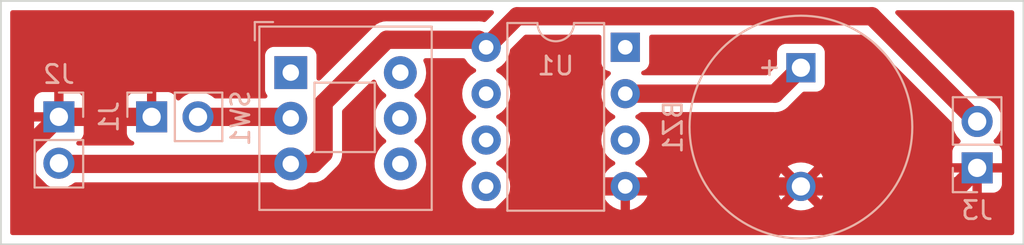
<source format=kicad_pcb>
(kicad_pcb (version 20211014) (generator pcbnew)
  (layers (0 "F.Cu" signal) (31 "B.Cu" signal) (34 "B.Paste" user) (35 "F.Paste" user) (36 "B.SilkS" user "B.Silkscreen") (37 "F.SilkS" user "F.Silkscreen") (38 "B.Mask" user) (39 "F.Mask" user) (44 "Edge.Cuts" user))
  (net 0 "")
  (net 1 "Net-(BZ1-Pad1)")
  (net 2 "GND")
  (net 3 "/4V")
  (net 4 "/VCC")
  (footprint "Connector_PinHeader_2.54mm:PinHeader_1x02_P2.54mm_Vertical" (layer "B.Cu") (at 127 100.33 180)
    (fp_text reference "J2" (at 0 2.33) (layer "B.SilkS") (effects (justify mirror)))
    (fp_text value "LED2")
    (fp_line (start 1.33 -1.27) (end 1.33 -3.87) (layer "B.SilkS") (width 0.12))
    (fp_line (start -1.33 1.33) (end 0 1.33) (layer "B.SilkS") (width 0.12))
    (fp_line (start -1.33 -1.27) (end -1.33 -3.87) (layer "B.SilkS") (width 0.12))
    (fp_line (start -1.33 -3.87) (end 1.33 -3.87) (layer "B.SilkS") (width 0.12))
    (fp_line (start -1.33 -1.27) (end 1.33 -1.27) (layer "B.SilkS") (width 0.12))
    (fp_line (start -1.33 0) (end -1.33 1.33) (layer "B.SilkS") (width 0.12))
    (pad "1" thru_hole rect (at 0 0 180) (size 1.7 1.7) (drill 1) (layers *.Cu *.Mask) (net 2 "GND"))
    (pad "2" thru_hole oval (at 0 -2.54 180) (size 1.7 1.7) (drill 1) (layers *.Cu *.Mask) (net 4 "/VCC"))
  )
  (footprint "Connector_PinHeader_2.54mm:PinHeader_1x02_P2.54mm_Vertical" (layer "B.Cu") (at 177.292 103.124)
    (fp_text reference "J3" (at 0 2.33) (layer "B.SilkS") (effects (justify mirror)))
    (fp_text value "LED1")
    (fp_line (start -1.33 0) (end -1.33 1.33) (layer "B.SilkS") (width 0.12))
    (fp_line (start -1.33 -1.27) (end 1.33 -1.27) (layer "B.SilkS") (width 0.12))
    (fp_line (start -1.33 -1.27) (end -1.33 -3.87) (layer "B.SilkS") (width 0.12))
    (fp_line (start -1.33 1.33) (end 0 1.33) (layer "B.SilkS") (width 0.12))
    (fp_line (start 1.33 -1.27) (end 1.33 -3.87) (layer "B.SilkS") (width 0.12))
    (fp_line (start -1.33 -3.87) (end 1.33 -3.87) (layer "B.SilkS") (width 0.12))
    (pad "1" thru_hole rect (at 0 0) (size 1.7 1.7) (drill 1) (layers *.Cu *.Mask) (net 2 "GND"))
    (pad "2" thru_hole oval (at 0 -2.54) (size 1.7 1.7) (drill 1) (layers *.Cu *.Mask) (net 4 "/VCC"))
  )
  (footprint "Package_DIP:DIP-8_W7.62mm" (layer "B.Cu") (at 158.021666 96.52 180)
    (fp_text reference "U1" (at 3.81 -1.016) (layer "B.SilkS") (effects (justify mirror)))
    (fp_text value "ATtiny85-20P")
    (fp_line (start 6.46 -8.95) (end 6.46 1.33) (layer "B.SilkS") (width 0.12))
    (fp_line (start 6.46 1.33) (end 4.81 1.33) (layer "B.SilkS") (width 0.12))
    (fp_line (start 1.16 -8.95) (end 6.46 -8.95) (layer "B.SilkS") (width 0.12))
    (fp_line (start 1.16 1.33) (end 1.16 -8.95) (layer "B.SilkS") (width 0.12))
    (fp_line (start 2.81 1.33) (end 1.16 1.33) (layer "B.SilkS") (width 0.12))
    (fp_arc (start 2.81 1.33) (mid 3.81 0.33) (end 4.81 1.33) (layer "B.SilkS") (width 0.12))
    (pad "1" thru_hole rect (at 0 0 180) (size 1.6 1.6) (drill 0.8) (layers *.Cu *.Mask))
    (pad "2" thru_hole oval (at 0 -2.54 180) (size 1.6 1.6) (drill 0.8) (layers *.Cu *.Mask) (net 1 "Net-(BZ1-Pad1)"))
    (pad "3" thru_hole oval (at 0 -5.08 180) (size 1.6 1.6) (drill 0.8) (layers *.Cu *.Mask))
    (pad "4" thru_hole oval (at 0 -7.62 180) (size 1.6 1.6) (drill 0.8) (layers *.Cu *.Mask) (net 2 "GND"))
    (pad "5" thru_hole oval (at 7.62 -7.62 180) (size 1.6 1.6) (drill 0.8) (layers *.Cu *.Mask))
    (pad "6" thru_hole oval (at 7.62 -5.08 180) (size 1.6 1.6) (drill 0.8) (layers *.Cu *.Mask))
    (pad "7" thru_hole oval (at 7.62 -2.54 180) (size 1.6 1.6) (drill 0.8) (layers *.Cu *.Mask))
    (pad "8" thru_hole oval (at 7.62 0 180) (size 1.6 1.6) (drill 0.8) (layers *.Cu *.Mask) (net 4 "/VCC"))
  )
  (footprint "Connector_PinHeader_2.54mm:PinHeader_1x02_P2.54mm_Vertical" (layer "B.Cu") (at 132.08 100.33 -90)
    (fp_text reference "J1" (at 0 2.33 90) (layer "B.SilkS") (effects (justify mirror)))
    (fp_text value "BATT")
    (fp_line (start -1.33 -1.27) (end -1.33 -3.87) (layer "B.SilkS") (width 0.12))
    (fp_line (start -1.33 -1.27) (end 1.33 -1.27) (layer "B.SilkS") (width 0.12))
    (fp_line (start -1.33 1.33) (end 0 1.33) (layer "B.SilkS") (width 0.12))
    (fp_line (start 1.33 -1.27) (end 1.33 -3.87) (layer "B.SilkS") (width 0.12))
    (fp_line (start -1.33 0) (end -1.33 1.33) (layer "B.SilkS") (width 0.12))
    (fp_line (start -1.33 -3.87) (end 1.33 -3.87) (layer "B.SilkS") (width 0.12))
    (pad "1" thru_hole rect (at 0 0 270) (size 1.7 1.7) (drill 1) (layers *.Cu *.Mask) (net 2 "GND"))
    (pad "2" thru_hole oval (at 0 -2.54 270) (size 1.7 1.7) (drill 1) (layers *.Cu *.Mask) (net 3 "/4V"))
  )
  (footprint "Buzzer_Beeper:MagneticBuzzer_ProSignal_ABT-410-RC" (layer "B.Cu") (at 167.64 97.64 -90)
    (fp_text reference "BZ1" (at 3.25 7 90) (layer "B.SilkS") (effects (justify mirror)))
    (fp_text value "Buzzer")
    (fp_text user "+" (at 0 1.8 90) (layer "B.SilkS") (effects (justify mirror)))
    (fp_circle (center 3.25 0) (end 9.35 0) (layer "B.SilkS") (width 0.12) (fill none))
    (pad "1" thru_hole rect (at 0 0 270) (size 1.6 1.6) (drill 1) (layers *.Cu *.Mask) (net 1 "Net-(BZ1-Pad1)"))
    (pad "2" thru_hole circle (at 6.5 0 270) (size 1.6 1.6) (drill 1) (layers *.Cu *.Mask) (net 2 "GND"))
  )
  (footprint "Button_Switch_THT:SW_Push_2P2T_Toggle_CK_PVA2OAH5xxxxxxV2" (layer "B.Cu") (at 139.7 97.9075 -90)
    (fp_text reference "SW1" (at 2.5 2.75 90) (layer "B.SilkS") (effects (justify mirror)))
    (fp_text value "SW_Push_DPDT")
    (fp_line (start -2.52 -7.72) (end -2.52 1.72) (layer "B.SilkS") (width 0.12))
    (fp_line (start 7.52 -7.72) (end 7.52 1.72) (layer "B.SilkS") (width 0.12))
    (fp_line (start 4.35 -1.3) (end 0.55 -1.3) (layer "B.SilkS") (width 0.12))
    (fp_line (start -1.77 1.97) (end -2.77 1.97) (layer "B.SilkS") (width 0.12))
    (fp_line (start 4.35 -4.6) (end 0.55 -4.6) (layer "B.SilkS") (width 0.12))
    (fp_line (start 4.35 -1.3) (end 4.35 -4.6) (layer "B.SilkS") (width 0.12))
    (fp_line (start -2.77 0.97) (end -2.77 1.97) (layer "B.SilkS") (width 0.12))
    (fp_line (start 0.55 -1.3) (end 0.55 -4.6) (layer "B.SilkS") (width 0.12))
    (fp_line (start 7.52 1.72) (end -2.52 1.72) (layer "B.SilkS") (width 0.12))
    (fp_line (start 7.52 -7.72) (end -2.52 -7.72) (layer "B.SilkS") (width 0.12))
    (pad "1" thru_hole rect (at 0 0 270) (size 1.8 1.8) (drill 0.9) (layers *.Cu *.Mask))
    (pad "2" thru_hole circle (at 2.5 0 270) (size 1.8 1.8) (drill 0.9) (layers *.Cu *.Mask) (net 3 "/4V"))
    (pad "3" thru_hole circle (at 5 0 270) (size 1.8 1.8) (drill 0.9) (layers *.Cu *.Mask) (net 4 "/VCC"))
    (pad "4" thru_hole circle (at 0 -6 270) (size 1.8 1.8) (drill 0.9) (layers *.Cu *.Mask))
    (pad "5" thru_hole circle (at 2.5 -6 270) (size 1.8 1.8) (drill 0.9) (layers *.Cu *.Mask))
    (pad "6" thru_hole circle (at 5 -6 270) (size 1.8 1.8) (drill 0.9) (layers *.Cu *.Mask))
  )
  (gr_line (start 123.825 93.98) (end 123.825 107.315) (layer "Edge.Cuts") (width 0.1))
  (gr_line (start 179.832 93.98) (end 123.825 93.98) (layer "Edge.Cuts") (width 0.1))
  (gr_line (start 123.825 107.315) (end 179.832 107.315) (layer "Edge.Cuts") (width 0.1))
  (gr_line (start 179.832 107.315) (end 179.832 93.98) (layer "Edge.Cuts") (width 0.1))
  (segment (start 166.22 99.06) (end 167.64 97.64) (width 1) (layer "F.Cu") (net 1))
  (segment (start 158.021666 99.06) (end 166.22 99.06) (width 1) (layer "F.Cu") (net 1))
  (segment (start 176.276 104.14) (end 177.292 103.124) (width 1) (layer "F.Cu") (net 2))
  (segment (start 127.43 105.84) (end 151.10583 105.84) (width 1) (layer "F.Cu") (net 2))
  (segment (start 152.80583 104.14) (end 158.021666 104.14) (width 1) (layer "F.Cu") (net 2))
  (segment (start 132.08 100.33) (end 127 100.33) (width 1) (layer "F.Cu") (net 2))
  (segment (start 158.021666 104.14) (end 167.64 104.14) (width 1) (layer "F.Cu") (net 2))
  (segment (start 151.10583 105.84) (end 152.80583 104.14) (width 1) (layer "F.Cu") (net 2))
  (segment (start 125.25 102.08) (end 125.25 103.66) (width 1) (layer "F.Cu") (net 2))
  (segment (start 125.25 103.66) (end 127.43 105.84) (width 1) (layer "F.Cu") (net 2))
  (segment (start 127 100.33) (end 125.25 102.08) (width 1) (layer "F.Cu") (net 2))
  (segment (start 167.64 104.14) (end 176.276 104.14) (width 1) (layer "F.Cu") (net 2))
  (segment (start 139.6225 100.33) (end 139.7 100.4075) (width 1) (layer "F.Cu") (net 3))
  (segment (start 134.62 100.33) (end 139.6225 100.33) (width 1) (layer "F.Cu") (net 3))
  (segment (start 150.401666 96.52) (end 152.101666 94.82) (width 1) (layer "F.Cu") (net 4))
  (segment (start 139.7 102.9075) (end 127.0375 102.9075) (width 1) (layer "F.Cu") (net 4))
  (segment (start 149.989166 96.1075) (end 144.954415 96.1075) (width 1) (layer "F.Cu") (net 4))
  (segment (start 140.9325 102.9075) (end 139.7 102.9075) (width 1) (layer "F.Cu") (net 4))
  (segment (start 150.401666 96.52) (end 149.989166 96.1075) (width 1) (layer "F.Cu") (net 4))
  (segment (start 141.5 99.561915) (end 141.5 102.34) (width 1) (layer "F.Cu") (net 4))
  (segment (start 144.954415 96.1075) (end 141.5 99.561915) (width 1) (layer "F.Cu") (net 4))
  (segment (start 177.292 100.584) (end 171.528 94.82) (width 1) (layer "F.Cu") (net 4))
  (segment (start 171.528 94.82) (end 152.101666 94.82) (width 1) (layer "F.Cu") (net 4))
  (segment (start 141.5 102.34) (end 140.9325 102.9075) (width 1) (layer "F.Cu") (net 4))
  (segment (start 127.0375 102.9075) (end 127 102.87) (width 1) (layer "F.Cu") (net 4))
  (zone (net 2) (net_name "GND") (layer "F.Cu") (connect_pads (clearance 0.508)) (min_thickness 0.254) (fill yes (thermal_gap 0.508) (thermal_bridge_width 0.508))
    (polygon (pts (xy 179.832 107.315) (xy 123.952 107.188) (xy 123.952 93.98) (xy 179.832 93.98)))
  )
)
</source>
